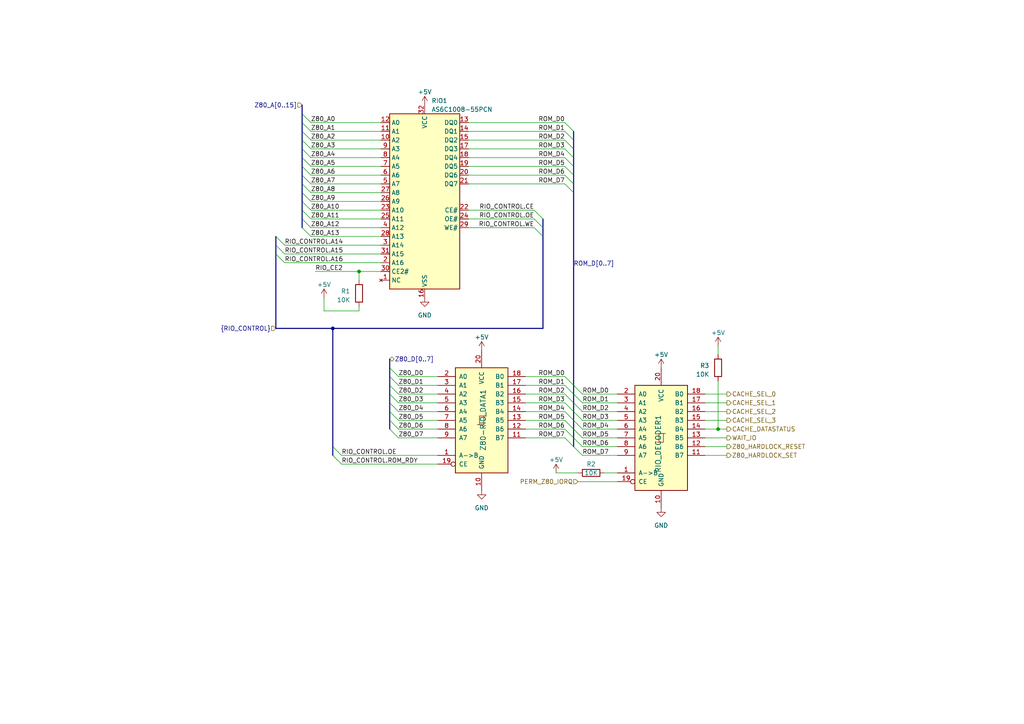
<source format=kicad_sch>
(kicad_sch (version 20230121) (generator eeschema)
  (paper "A4")
  (title_block (title "FujiNet Z80Bus reference design") (date "2023-05-13") (rev "0.1") (company "FujiNet") (comment 2 "each bytes address relates to a Z80 IO address") (comment 3 "RIO has 64K of RAM which is programmed with an IO configuration byte") (comment 4 "RIO emulates a ROM (4K@0000h) and Decodes IO address"))
  (lib_symbols
    (symbol "74xx:74HC245" (pin_names (offset 1.016))
      (property "Reference" "U" (at -7.62 16.51 0))
      (property "Value" "74HC245" (at -7.62 -16.51 0))
      (symbol "74HC245_1_0"
        (polyline (pts (xy -0.635 -1.27) (xy -0.635 1.27) (xy 0.635 1.27)))
        (polyline (pts (xy -1.27 -1.27) (xy 0.635 -1.27) (xy 0.635 1.27) (xy 1.27 1.27)))
        (pin input line (at -12.7 -10.16 0) (length 5.08) (name "A->B") (number "1"))
        (pin power_in line (at 0 -20.32 90) (length 5.08) (name "GND") (number "10"))
        (pin tri_state line (at 12.7 -5.08 180) (length 5.08) (name "B7") (number "11"))
        (pin tri_state line (at 12.7 -2.54 180) (length 5.08) (name "B6") (number "12"))
        (pin tri_state line (at 12.7 0 180) (length 5.08) (name "B5") (number "13"))
        (pin tri_state line (at 12.7 2.54 180) (length 5.08) (name "B4") (number "14"))
        (pin tri_state line (at 12.7 5.08 180) (length 5.08) (name "B3") (number "15"))
        (pin tri_state line (at 12.7 7.62 180) (length 5.08) (name "B2") (number "16"))
        (pin tri_state line (at 12.7 10.16 180) (length 5.08) (name "B1") (number "17"))
        (pin tri_state line (at 12.7 12.7 180) (length 5.08) (name "B0") (number "18"))
        (pin input inverted (at -12.7 -12.7 0) (length 5.08) (name "CE") (number "19"))
        (pin tri_state line (at -12.7 12.7 0) (length 5.08) (name "A0") (number "2"))
        (pin power_in line (at 0 20.32 270) (length 5.08) (name "VCC") (number "20"))
        (pin tri_state line (at -12.7 10.16 0) (length 5.08) (name "A1") (number "3"))
        (pin tri_state line (at -12.7 7.62 0) (length 5.08) (name "A2") (number "4"))
        (pin tri_state line (at -12.7 5.08 0) (length 5.08) (name "A3") (number "5"))
        (pin tri_state line (at -12.7 2.54 0) (length 5.08) (name "A4") (number "6"))
        (pin tri_state line (at -12.7 0 0) (length 5.08) (name "A5") (number "7"))
        (pin tri_state line (at -12.7 -2.54 0) (length 5.08) (name "A6") (number "8"))
        (pin tri_state line (at -12.7 -5.08 0) (length 5.08) (name "A7") (number "9"))
      )
      (symbol "74HC245_1_1"
        (rectangle (start -7.62 15.24) (end 7.62 -15.24) (stroke (width 0.254)) (fill (type background)))
      )
    )
    (symbol "Device:R" (pin_numbers hide) (pin_names (offset 0))
      (property "Reference" "R" (at 2.032 0 90))
      (property "Value" "R" (at 0 0 90))
      (symbol "R_0_1"
        (rectangle (start -1.016 -2.54) (end 1.016 2.54) (stroke (width 0.254)))
      )
      (symbol "R_1_1"
        (pin passive line (at 0 3.81 270) (length 1.27) (name "~") (number "1"))
        (pin passive line (at 0 -3.81 90) (length 1.27) (name "~") (number "2"))
      )
    )
    (symbol "FujiNet_Memory_RAM:AS6C1008-55PCN"
      (property "Reference" "U" (at -10.16 26.035 0))
      (property "Value" "AS6C1008-55PCN" (at 2.54 26.035 0))
      (symbol "AS6C1008-55PCN_0_0"
        (pin power_in line (at 0 -27.94 90) (length 2.54) (name "VSS") (number "16"))
        (pin power_in line (at 0 27.94 270) (length 2.54) (name "VCC") (number "32"))
      )
      (symbol "AS6C1008-55PCN_1_1"
        (rectangle (start -10.16 25.4) (end 10.16 -25.4) (stroke (width 0.254)) (fill (type background)))
        (pin no_connect line (at -12.7 -22.86 0) (length 2.54) (name "NC") (number "1"))
        (pin input line (at -12.7 17.78 0) (length 2.54) (name "A2") (number "10"))
        (pin input line (at -12.7 20.32 0) (length 2.54) (name "A1") (number "11"))
        (pin input line (at -12.7 22.86 0) (length 2.54) (name "A0") (number "12"))
        (pin tri_state line (at 12.7 22.86 180) (length 2.54) (name "DQ0") (number "13"))
        (pin tri_state line (at 12.7 20.32 180) (length 2.54) (name "DQ1") (number "14"))
        (pin tri_state line (at 12.7 17.78 180) (length 2.54) (name "DQ2") (number "15"))
        (pin tri_state line (at 12.7 15.24 180) (length 2.54) (name "DQ3") (number "17"))
        (pin tri_state line (at 12.7 12.7 180) (length 2.54) (name "DQ4") (number "18"))
        (pin tri_state line (at 12.7 10.16 180) (length 2.54) (name "DQ5") (number "19"))
        (pin input line (at -12.7 -17.78 0) (length 2.54) (name "A16") (number "2"))
        (pin tri_state line (at 12.7 7.62 180) (length 2.54) (name "DQ6") (number "20"))
        (pin tri_state line (at 12.7 5.08 180) (length 2.54) (name "DQ7") (number "21"))
        (pin input line (at 12.7 -2.54 180) (length 2.54) (name "CE#") (number "22"))
        (pin input line (at -12.7 -2.54 0) (length 2.54) (name "A10") (number "23"))
        (pin input line (at 12.7 -5.08 180) (length 2.54) (name "OE#") (number "24"))
        (pin input line (at -12.7 -5.08 0) (length 2.54) (name "A11") (number "25"))
        (pin input line (at -12.7 0 0) (length 2.54) (name "A9") (number "26"))
        (pin input line (at -12.7 2.54 0) (length 2.54) (name "A8") (number "27"))
        (pin input line (at -12.7 -10.16 0) (length 2.54) (name "A13") (number "28"))
        (pin input line (at 12.7 -7.62 180) (length 2.54) (name "WE#") (number "29"))
        (pin input line (at -12.7 -12.7 0) (length 2.54) (name "A14") (number "3"))
        (pin input line (at -12.7 -20.32 0) (length 2.54) (name "CE2#") (number "30"))
        (pin input line (at -12.7 -15.24 0) (length 2.54) (name "A15") (number "31"))
        (pin input line (at -12.7 -7.62 0) (length 2.54) (name "A12") (number "4"))
        (pin input line (at -12.7 5.08 0) (length 2.54) (name "A7") (number "5"))
        (pin input line (at -12.7 7.62 0) (length 2.54) (name "A6") (number "6"))
        (pin input line (at -12.7 10.16 0) (length 2.54) (name "A5") (number "7"))
        (pin input line (at -12.7 12.7 0) (length 2.54) (name "A4") (number "8"))
        (pin input line (at -12.7 15.24 0) (length 2.54) (name "A3") (number "9"))
      )
    )
    (symbol "power:+5V" (power) (pin_names (offset 0))
      (property "Value" "+5V" (at 0 3.556 0))
      (symbol "+5V_0_1"
        (polyline (pts (xy -0.762 1.27) (xy 0 2.54)))
        (polyline (pts (xy 0 0) (xy 0 2.54)))
        (polyline (pts (xy 0 2.54) (xy 0.762 1.27)))
      )
      (symbol "+5V_1_1"
        (pin power_in line (at 0 0 90) (length 0) hide (name "+5V") (number "1"))
      )
    )
    (symbol "power:GND" (power) (pin_names (offset 0))
      (property "Value" "GND" (at 0 -3.81 0))
      (symbol "GND_0_1"
        (polyline (pts (xy 0 0) (xy 0 -1.27) (xy 1.27 -1.27) (xy 0 -2.54) (xy -1.27 -1.27) (xy 0 -1.27)))
      )
      (symbol "GND_1_1"
        (pin power_in line (at 0 0 270) (length 0) hide (name "GND") (number "1"))
      )
    )
  )
  (bus_alias "RIO_CONTROL" (members "RIO_CONTROL.A16" "RIO_CONTROL.A15" "RIO_CONTROL.A14" "RIO_CONTROL.WE" "RIO_CONTROL.CE" "RIO_CONTROL.OE" "RIO_CONTROL.ROM_RDY"))
  (junction (at 96.52 95.25))
  (junction (at 208.28 124.46))
  (junction (at 104.14 78.74))
  (bus_entry (at 87.63 33.02) (size 2.54 2.54))
  (bus_entry (at 166.37 116.84) (size 2.54 2.54))
  (bus_entry (at 87.63 48.26) (size 2.54 2.54))
  (bus_entry (at 113.03 111.76) (size 2.54 2.54))
  (bus_entry (at 166.37 124.46) (size 2.54 2.54))
  (bus_entry (at 87.63 43.18) (size 2.54 2.54))
  (bus_entry (at 113.03 124.46) (size 2.54 2.54))
  (bus_entry (at 166.37 119.38) (size 2.54 2.54))
  (bus_entry (at 90.17 58.42) (size -2.54 -2.54))
  (bus_entry (at 166.37 121.92) (size 2.54 2.54))
  (bus_entry (at 154.94 60.96) (size 2.54 2.54))
  (bus_entry (at 166.37 129.54) (size 2.54 2.54))
  (bus_entry (at 87.63 50.8) (size 2.54 2.54))
  (bus_entry (at 163.83 45.72) (size 2.54 2.54))
  (bus_entry (at 163.83 116.84) (size 2.54 2.54))
  (bus_entry (at 163.83 48.26) (size 2.54 2.54))
  (bus_entry (at 163.83 119.38) (size 2.54 2.54))
  (bus_entry (at 166.37 127) (size 2.54 2.54))
  (bus_entry (at 113.03 119.38) (size 2.54 2.54))
  (bus_entry (at 87.63 35.56) (size 2.54 2.54))
  (bus_entry (at 113.03 121.92) (size 2.54 2.54))
  (bus_entry (at 163.83 121.92) (size 2.54 2.54))
  (bus_entry (at 113.03 106.68) (size 2.54 2.54))
  (bus_entry (at 87.63 45.72) (size 2.54 2.54))
  (bus_entry (at 163.83 111.76) (size 2.54 2.54))
  (bus_entry (at 163.83 35.56) (size 2.54 2.54))
  (bus_entry (at 163.83 114.3) (size 2.54 2.54))
  (bus_entry (at 96.52 129.54) (size 2.54 2.54))
  (bus_entry (at 113.03 114.3) (size 2.54 2.54))
  (bus_entry (at 87.63 53.34) (size 2.54 2.54))
  (bus_entry (at 163.83 127) (size 2.54 2.54))
  (bus_entry (at 87.63 66.04) (size 2.54 2.54))
  (bus_entry (at 154.94 63.5) (size 2.54 2.54))
  (bus_entry (at 96.52 132.08) (size 2.54 2.54))
  (bus_entry (at 166.37 111.76) (size 2.54 2.54))
  (bus_entry (at 80.01 68.58) (size 2.54 2.54))
  (bus_entry (at 90.17 66.04) (size -2.54 -2.54))
  (bus_entry (at 113.03 109.22) (size 2.54 2.54))
  (bus_entry (at 87.63 38.1) (size 2.54 2.54))
  (bus_entry (at 163.83 38.1) (size 2.54 2.54))
  (bus_entry (at 113.03 116.84) (size 2.54 2.54))
  (bus_entry (at 80.01 73.66) (size 2.54 2.54))
  (bus_entry (at 90.17 60.96) (size -2.54 -2.54))
  (bus_entry (at 80.01 71.12) (size 2.54 2.54))
  (bus_entry (at 166.37 114.3) (size 2.54 2.54))
  (bus_entry (at 163.83 40.64) (size 2.54 2.54))
  (bus_entry (at 163.83 109.22) (size 2.54 2.54))
  (bus_entry (at 90.17 63.5) (size -2.54 -2.54))
  (bus_entry (at 87.63 40.64) (size 2.54 2.54))
  (bus_entry (at 163.83 124.46) (size 2.54 2.54))
  (bus_entry (at 163.83 43.18) (size 2.54 2.54))
  (bus_entry (at 154.94 66.04) (size 2.54 2.54))
  (bus_entry (at 163.83 50.8) (size 2.54 2.54))
  (bus_entry (at 163.83 53.34) (size 2.54 2.54))
  (wire (pts (xy 110.49 78.74) (xy 104.14 78.74)))
  (wire (pts (xy 135.89 45.72) (xy 163.83 45.72)))
  (wire (pts (xy 127 121.92) (xy 115.57 121.92)))
  (bus (pts (xy 113.03 109.22) (xy 113.03 111.76)))
  (wire (pts (xy 104.14 90.17) (xy 104.14 88.9)))
  (wire (pts (xy 152.4 119.38) (xy 163.83 119.38)))
  (bus (pts (xy 113.03 116.84) (xy 113.03 119.38)))
  (wire (pts (xy 168.91 129.54) (xy 179.07 129.54)))
  (bus (pts (xy 87.63 45.72) (xy 87.63 48.26)))
  (wire (pts (xy 152.4 121.92) (xy 163.83 121.92)))
  (bus (pts (xy 166.37 53.34) (xy 166.37 55.88)))
  (bus (pts (xy 157.48 66.04) (xy 157.48 68.58)))
  (wire (pts (xy 152.4 114.3) (xy 163.83 114.3)))
  (wire (pts (xy 93.98 86.36) (xy 93.98 90.17)))
  (wire (pts (xy 135.89 53.34) (xy 163.83 53.34)))
  (bus (pts (xy 87.63 43.18) (xy 87.63 45.72)))
  (wire (pts (xy 135.89 43.18) (xy 163.83 43.18)))
  (wire (pts (xy 208.28 100.33) (xy 208.28 102.87)))
  (wire (pts (xy 110.49 60.96) (xy 90.17 60.96)))
  (wire (pts (xy 110.49 53.34) (xy 90.17 53.34)))
  (bus (pts (xy 166.37 48.26) (xy 166.37 50.8)))
  (bus (pts (xy 87.63 33.02) (xy 87.63 35.56)))
  (bus (pts (xy 80.01 68.58) (xy 80.01 71.12)))
  (wire (pts (xy 152.4 116.84) (xy 163.83 116.84)))
  (wire (pts (xy 167.64 139.7) (xy 179.07 139.7)))
  (wire (pts (xy 110.49 66.04) (xy 90.17 66.04)))
  (wire (pts (xy 204.47 119.38) (xy 210.82 119.38)))
  (wire (pts (xy 90.17 55.88) (xy 110.49 55.88)))
  (bus (pts (xy 157.48 63.5) (xy 157.48 66.04)))
  (wire (pts (xy 135.89 35.56) (xy 163.83 35.56)))
  (bus (pts (xy 87.63 38.1) (xy 87.63 40.64)))
  (wire (pts (xy 110.49 50.8) (xy 90.17 50.8)))
  (bus (pts (xy 166.37 50.8) (xy 166.37 53.34)))
  (wire (pts (xy 127 111.76) (xy 115.57 111.76)))
  (wire (pts (xy 204.47 129.54) (xy 210.82 129.54)))
  (wire (pts (xy 152.4 124.46) (xy 163.83 124.46)))
  (wire (pts (xy 208.28 124.46) (xy 210.82 124.46)))
  (bus (pts (xy 96.52 95.25) (xy 96.52 129.54)))
  (wire (pts (xy 127 124.46) (xy 115.57 124.46)))
  (wire (pts (xy 152.4 111.76) (xy 163.83 111.76)))
  (bus (pts (xy 80.01 71.12) (xy 80.01 73.66)))
  (wire (pts (xy 208.28 110.49) (xy 208.28 124.46)))
  (wire (pts (xy 110.49 45.72) (xy 90.17 45.72)))
  (wire (pts (xy 204.47 124.46) (xy 208.28 124.46)))
  (bus (pts (xy 96.52 129.54) (xy 96.52 132.08)))
  (bus (pts (xy 166.37 43.18) (xy 166.37 45.72)))
  (bus (pts (xy 87.63 30.48) (xy 87.63 33.02)))
  (wire (pts (xy 168.91 132.08) (xy 179.07 132.08)))
  (wire (pts (xy 110.49 71.12) (xy 82.55 71.12)))
  (bus (pts (xy 87.63 35.56) (xy 87.63 38.1)))
  (wire (pts (xy 135.89 63.5) (xy 154.94 63.5)))
  (bus (pts (xy 87.63 63.5) (xy 87.63 66.04)))
  (wire (pts (xy 168.91 124.46) (xy 179.07 124.46)))
  (bus (pts (xy 166.37 121.92) (xy 166.37 124.46)))
  (bus (pts (xy 157.48 95.25) (xy 96.52 95.25)))
  (bus (pts (xy 166.37 40.64) (xy 166.37 43.18)))
  (wire (pts (xy 204.47 132.08) (xy 210.82 132.08)))
  (wire (pts (xy 127 132.08) (xy 99.06 132.08)))
  (wire (pts (xy 82.55 76.2) (xy 110.49 76.2)))
  (bus (pts (xy 87.63 50.8) (xy 87.63 53.34)))
  (bus (pts (xy 166.37 111.76) (xy 166.37 114.3)))
  (wire (pts (xy 127 114.3) (xy 115.57 114.3)))
  (bus (pts (xy 87.63 48.26) (xy 87.63 50.8)))
  (wire (pts (xy 135.89 48.26) (xy 163.83 48.26)))
  (bus (pts (xy 113.03 119.38) (xy 113.03 121.92)))
  (wire (pts (xy 127 119.38) (xy 115.57 119.38)))
  (bus (pts (xy 166.37 114.3) (xy 166.37 116.84)))
  (wire (pts (xy 90.17 63.5) (xy 110.49 63.5)))
  (bus (pts (xy 80.01 73.66) (xy 80.01 95.25)))
  (wire (pts (xy 110.49 48.26) (xy 90.17 48.26)))
  (wire (pts (xy 110.49 35.56) (xy 90.17 35.56)))
  (wire (pts (xy 168.91 114.3) (xy 179.07 114.3)))
  (bus (pts (xy 166.37 38.1) (xy 166.37 40.64)))
  (wire (pts (xy 135.89 40.64) (xy 163.83 40.64)))
  (wire (pts (xy 127 116.84) (xy 115.57 116.84)))
  (wire (pts (xy 93.98 90.17) (xy 104.14 90.17)))
  (wire (pts (xy 168.91 119.38) (xy 179.07 119.38)))
  (wire (pts (xy 110.49 68.58) (xy 90.17 68.58)))
  (bus (pts (xy 157.48 68.58) (xy 157.48 95.25)))
  (bus (pts (xy 113.03 121.92) (xy 113.03 124.46)))
  (bus (pts (xy 87.63 55.88) (xy 87.63 58.42)))
  (bus (pts (xy 166.37 119.38) (xy 166.37 121.92)))
  (wire (pts (xy 204.47 114.3) (xy 210.82 114.3)))
  (bus (pts (xy 166.37 45.72) (xy 166.37 48.26)))
  (bus (pts (xy 166.37 127) (xy 166.37 129.54)))
  (bus (pts (xy 80.01 95.25) (xy 96.52 95.25)))
  (bus (pts (xy 113.03 111.76) (xy 113.03 114.3)))
  (wire (pts (xy 168.91 116.84) (xy 179.07 116.84)))
  (bus (pts (xy 166.37 116.84) (xy 166.37 119.38)))
  (wire (pts (xy 127 134.62) (xy 99.06 134.62)))
  (wire (pts (xy 152.4 109.22) (xy 163.83 109.22)))
  (bus (pts (xy 166.37 124.46) (xy 166.37 127)))
  (wire (pts (xy 127 127) (xy 115.57 127)))
  (wire (pts (xy 135.89 50.8) (xy 163.83 50.8)))
  (wire (pts (xy 204.47 121.92) (xy 210.82 121.92)))
  (wire (pts (xy 152.4 127) (xy 163.83 127)))
  (wire (pts (xy 110.49 40.64) (xy 90.17 40.64)))
  (wire (pts (xy 110.49 43.18) (xy 90.17 43.18)))
  (bus (pts (xy 166.37 55.88) (xy 166.37 111.76)))
  (wire (pts (xy 104.14 78.74) (xy 91.44 78.74)))
  (wire (pts (xy 204.47 127) (xy 210.82 127)))
  (bus (pts (xy 113.03 104.14) (xy 113.03 106.68)))
  (wire (pts (xy 110.49 73.66) (xy 82.55 73.66)))
  (bus (pts (xy 113.03 114.3) (xy 113.03 116.84)))
  (wire (pts (xy 127 109.22) (xy 115.57 109.22)))
  (wire (pts (xy 204.47 116.84) (xy 210.82 116.84)))
  (wire (pts (xy 135.89 38.1) (xy 163.83 38.1)))
  (bus (pts (xy 87.63 53.34) (xy 87.63 55.88)))
  (bus (pts (xy 87.63 40.64) (xy 87.63 43.18)))
  (wire (pts (xy 110.49 38.1) (xy 90.17 38.1)))
  (wire (pts (xy 110.49 58.42) (xy 90.17 58.42)))
  (bus (pts (xy 113.03 106.68) (xy 113.03 109.22)))
  (wire (pts (xy 135.89 60.96) (xy 154.94 60.96)))
  (wire (pts (xy 175.26 137.16) (xy 179.07 137.16)))
  (bus (pts (xy 87.63 58.42) (xy 87.63 60.96)))
  (wire (pts (xy 168.91 127) (xy 179.07 127)))
  (wire (pts (xy 135.89 66.04) (xy 154.94 66.04)))
  (wire (pts (xy 104.14 78.74) (xy 104.14 81.28)))
  (wire (pts (xy 168.91 121.92) (xy 179.07 121.92)))
  (wire (pts (xy 161.29 137.16) (xy 167.64 137.16)))
  (bus (pts (xy 87.63 60.96) (xy 87.63 63.5)))
  (label "RIO_CONTROL.A15" (at 82.55 73.66 0))
  (label "Z80_D0" (at 115.57 109.22 0))
  (label "Z80_A7" (at 90.17 53.34 0))
  (label "ROM_D1" (at 163.83 111.76 180))
  (label "ROM_D2" (at 163.83 40.64 180))
  (label "ROM_D6" (at 168.91 129.54 0))
  (label "ROM_D0" (at 163.83 109.22 180))
  (label "ROM_D1" (at 163.83 38.1 180))
  (label "Z80_D5" (at 115.57 121.92 0))
  (label "ROM_D6" (at 163.83 50.8 180))
  (label "ROM_D1" (at 168.91 116.84 0))
  (label "RIO_CONTROL.WE" (at 154.94 66.04 180))
  (label "Z80_A8" (at 90.17 55.88 0))
  (label "ROM_D3" (at 168.91 121.92 0))
  (label "Z80_A3" (at 90.17 43.18 0))
  (label "ROM_D5" (at 163.83 48.26 180))
  (label "Z80_A9" (at 90.17 58.42 0))
  (label "RIO_CONTROL.OE" (at 154.94 63.5 180))
  (label "Z80_A11" (at 90.17 63.5 0))
  (label "Z80_D2" (at 115.57 114.3 0))
  (label "Z80_D3" (at 115.57 116.84 0))
  (label "Z80_A12" (at 90.17 66.04 0))
  (label "Z80_D1" (at 115.57 111.76 0))
  (label "Z80_D4" (at 115.57 119.38 0))
  (label "Z80_A4" (at 90.17 45.72 0))
  (label "ROM_D4" (at 163.83 119.38 180))
  (label "ROM_D0" (at 163.83 35.56 180))
  (label "RIO_CONTROL.CE" (at 154.94 60.96 180))
  (label "ROM_D5" (at 163.83 121.92 180))
  (label "Z80_A10" (at 90.17 60.96 0))
  (label "Z80_A2" (at 90.17 40.64 0))
  (label "Z80_A6" (at 90.17 50.8 0))
  (label "RIO_CONTROL.A14" (at 82.55 71.12 0))
  (label "RIO_CONTROL.OE" (at 99.06 132.08 0))
  (label "ROM_D0" (at 168.91 114.3 0))
  (label "ROM_D3" (at 163.83 116.84 180))
  (label "RIO_CONTROL.A16" (at 82.55 76.2 0))
  (label "ROM_D2" (at 168.91 119.38 0))
  (label "RIO_CONTROL.ROM_RDY" (at 99.06 134.62 0))
  (label "ROM_D4" (at 163.83 45.72 180))
  (label "Z80_A13" (at 90.17 68.58 0))
  (label "Z80_A0" (at 90.17 35.56 0))
  (label "ROM_D7" (at 163.83 53.34 180))
  (label "ROM_D4" (at 168.91 124.46 0))
  (label "ROM_D7" (at 168.91 132.08 0))
  (label "ROM_D6" (at 163.83 124.46 180))
  (label "Z80_D7" (at 115.57 127 0))
  (label "ROM_D5" (at 168.91 127 0))
  (label "Z80_A1" (at 90.17 38.1 0))
  (label "Z80_D6" (at 115.57 124.46 0))
  (label "ROM_D7" (at 163.83 127 180))
  (label "ROM_D[0..7]" (at 166.37 77.47 0))
  (label "ROM_D3" (at 163.83 43.18 180))
  (label "ROM_D2" (at 163.83 114.3 180))
  (label "RIO_CE2" (at 91.44 78.74 0))
  (label "Z80_A5" (at 90.17 48.26 0))
  (hierarchical_label "CACHE_SEL_3" (shape output) (at 210.82 121.92 0))
  (hierarchical_label "PERM_Z80_IORQ" (shape input) (at 167.64 139.7 180))
  (hierarchical_label "Z80_D[0..7]" (shape bidirectional) (at 113.03 104.14 0))
  (hierarchical_label "Z80_HARDLOCK_SET" (shape output) (at 210.82 132.08 0))
  (hierarchical_label "Z80_A[0..15]" (shape input) (at 87.63 30.48 180))
  (hierarchical_label "Z80_HARDLOCK_RESET" (shape output) (at 210.82 129.54 0))
  (hierarchical_label "CACHE_SEL_2" (shape output) (at 210.82 119.38 0))
  (hierarchical_label "CACHE_DATASTATUS" (shape output) (at 210.82 124.46 0))
  (hierarchical_label "CACHE_SEL_0" (shape output) (at 210.82 114.3 0))
  (hierarchical_label "{RIO_CONTROL}" (shape input) (at 80.01 95.25 180))
  (hierarchical_label "CACHE_SEL_1" (shape output) (at 210.82 116.84 0))
  (hierarchical_label "WAIT_IO" (shape output) (at 210.82 127 0))
  (symbol (lib_id "Device:R") (at 104.14 85.09 0) (mirror x) (unit 1)
    (property "Reference" "R1" (at 101.6 84.455 0) (effects (justify right)))
    (property "Value" "10K" (at 101.6 86.995 0) (effects (justify right)))
    (property "Footprint" "Resistor_THT:R_Axial_DIN0207_L6.3mm_D2.5mm_P10.16mm_Horizontal" (effects hide))
  )
  (symbol (lib_id "power:GND") (at 123.19 86.36 0) (unit 1)
    (property "Reference" "#PWR03" (effects hide))
    (property "Value" "GND" (at 123.19 91.44 0))
  )
  (symbol (lib_id "74xx:74HC245") (at 191.77 127 0) (unit 1)
    (property "Reference" "RIO_DECODER1" (at 191.77 137.16 90) (effects (font (size 1.4986 1.4986)) (justify left bottom)))
    (property "Value" "74HC245N" (effects hide))
    (property "Footprint" "Package_DIP:DIP-20_W7.62mm_Socket" (effects hide))
    (property "Datasheet" "http://www.ti.com/lit/gpn/sn74HC245" (effects hide))
  )
  (symbol (lib_id "Device:R") (at 171.45 137.16 270) (unit 1)
    (property "Reference" "R2" (at 171.45 134.62 90))
    (property "Value" "10K" (at 171.45 137.16 90))
    (property "Footprint" "Resistor_THT:R_Axial_DIN0207_L6.3mm_D2.5mm_P10.16mm_Horizontal" (effects hide))
  )
  (symbol (lib_id "74xx:74HC245") (at 139.7 121.92 0) (unit 1)
    (property "Reference" "Z80-RIO_DATA1" (at 140.97 130.81 90) (effects (font (size 1.4986 1.4986)) (justify left bottom)))
    (property "Value" "74HC245N" (effects hide))
    (property "Footprint" "Package_DIP:DIP-20_W7.62mm_Socket" (effects hide))
    (property "Datasheet" "http://www.ti.com/lit/gpn/sn74HC245" (effects hide))
  )
  (symbol (lib_id "power:+5V") (at 161.29 137.16 0) (unit 1)
    (property "Reference" "#PWR06" (effects hide))
    (property "Value" "+5V" (at 161.29 133.35 0))
  )
  (symbol (lib_id "power:+5V") (at 123.19 30.48 0) (unit 1)
    (property "Reference" "#PWR02" (effects hide))
    (property "Value" "+5V" (at 123.19 26.67 0))
  )
  (symbol (lib_id "power:+5V") (at 191.77 106.68 0) (unit 1)
    (property "Reference" "#PWR07" (effects hide))
    (property "Value" "+5V" (at 191.77 102.87 0))
  )
  (symbol (lib_id "power:GND") (at 191.77 147.32 0) (unit 1)
    (property "Reference" "#PWR08" (effects hide))
    (property "Value" "GND" (at 191.77 152.4 0))
  )
  (symbol (lib_id "FujiNet_Memory_RAM:AS6C1008-55PCN") (at 123.19 58.42 0) (unit 1)
    (property "Reference" "RIO1" (at 125.1459 29.21 0) (effects (justify left)))
    (property "Value" "AS6C1008-55PCN" (at 125.1459 31.75 0) (effects (justify left)))
    (property "Footprint" "Package_DIP:DIP-32_W15.24mm_Socket" (effects hide))
    (property "Datasheet" "https://www.alliancememory.com/wp-content/uploads/pdf/AS6C1008.pdf" (effects hide))
  )
  (symbol (lib_id "power:+5V") (at 139.7 101.6 0) (unit 1)
    (property "Reference" "#PWR04" (effects hide))
    (property "Value" "+5V" (at 139.7 97.79 0))
  )
  (symbol (lib_id "power:+5V") (at 93.98 86.36 0) (mirror y) (unit 1)
    (property "Reference" "#PWR01" (effects hide))
    (property "Value" "+5V" (at 93.98 82.55 0))
  )
  (symbol (lib_id "Device:R") (at 208.28 106.68 0) (mirror x) (unit 1)
    (property "Reference" "R3" (at 205.74 106.045 0) (effects (justify right)))
    (property "Value" "10K" (at 205.74 108.585 0) (effects (justify right)))
    (property "Footprint" "Resistor_THT:R_Axial_DIN0207_L6.3mm_D2.5mm_P10.16mm_Horizontal" (effects hide))
  )
  (symbol (lib_id "power:+5V") (at 208.28 100.33 0) (unit 1)
    (property "Reference" "#PWR09" (effects hide))
    (property "Value" "+5V" (at 208.28 96.52 0))
  )
  (symbol (lib_id "power:GND") (at 139.7 142.24 0) (unit 1)
    (property "Reference" "#PWR05" (effects hide))
    (property "Value" "GND" (at 139.7 147.32 0))
  )
)
</source>
